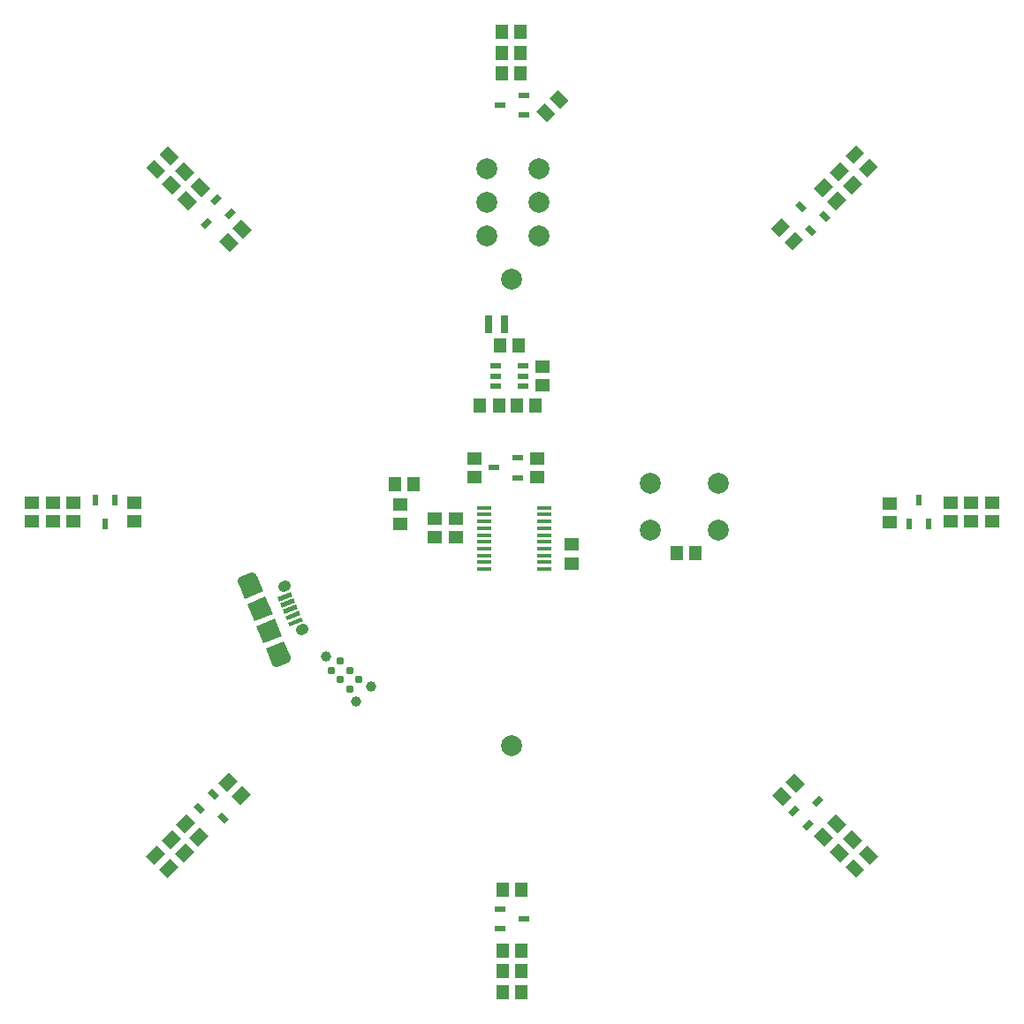
<source format=gts>
G04 #@! TF.FileFunction,Soldermask,Top*
%FSLAX46Y46*%
G04 Gerber Fmt 4.6, Leading zero omitted, Abs format (unit mm)*
G04 Created by KiCad (PCBNEW 4.0.4-stable) date Monday, 07 November 2016 'AMt' 01:22:43*
%MOMM*%
%LPD*%
G01*
G04 APERTURE LIST*
%ADD10C,0.100000*%
%ADD11C,1.000000*%
%ADD12C,2.000000*%
%ADD13R,1.150000X1.450000*%
%ADD14R,1.450000X1.150000*%
%ADD15R,0.800000X1.700000*%
%ADD16R,1.000000X0.600000*%
%ADD17C,0.787000*%
%ADD18C,1.000000*%
%ADD19R,1.350000X0.450000*%
%ADD20R,0.600000X1.000000*%
%ADD21R,1.100000X0.600000*%
G04 APERTURE END LIST*
D10*
G36*
X108047335Y-119392274D02*
X109294572Y-118875652D01*
X109447645Y-119245204D01*
X108200408Y-119761826D01*
X108047335Y-119392274D01*
X108047335Y-119392274D01*
G37*
G36*
X108296078Y-119992797D02*
X109543315Y-119476175D01*
X109696388Y-119845727D01*
X108449151Y-120362349D01*
X108296078Y-119992797D01*
X108296078Y-119992797D01*
G37*
G36*
X107798590Y-118791753D02*
X109045827Y-118275131D01*
X109198900Y-118644683D01*
X107951663Y-119161305D01*
X107798590Y-118791753D01*
X107798590Y-118791753D01*
G37*
G36*
X107549845Y-118191231D02*
X108797082Y-117674609D01*
X108950155Y-118044161D01*
X107702918Y-118560783D01*
X107549845Y-118191231D01*
X107549845Y-118191231D01*
G37*
G36*
X108544822Y-120593318D02*
X109792059Y-120076696D01*
X109945132Y-120446248D01*
X108697895Y-120962870D01*
X108544822Y-120593318D01*
X108544822Y-120593318D01*
G37*
D11*
X110014705Y-121202165D02*
X109783735Y-121297835D01*
X108311764Y-117090902D02*
X108080794Y-117186572D01*
D10*
G36*
X105494096Y-120936937D02*
X107249467Y-120209838D01*
X107938298Y-121872821D01*
X106182927Y-122599920D01*
X105494096Y-120936937D01*
X105494096Y-120936937D01*
G37*
G36*
X104613924Y-118812015D02*
X106369295Y-118084916D01*
X107058126Y-119747899D01*
X105302755Y-120474998D01*
X104613924Y-118812015D01*
X104613924Y-118812015D01*
G37*
G36*
X106393402Y-123108054D02*
X108148773Y-122380956D01*
X108751500Y-123836066D01*
X106996129Y-124563164D01*
X106393402Y-123108054D01*
X106393402Y-123108054D01*
G37*
D11*
X108289560Y-124027407D02*
X107458068Y-124371823D01*
D10*
G36*
X103800722Y-116848770D02*
X105556093Y-116121672D01*
X106158820Y-117576782D01*
X104403449Y-118303880D01*
X103800722Y-116848770D01*
X103800722Y-116848770D01*
G37*
D11*
X105094154Y-116313013D02*
X104262662Y-116657429D01*
D12*
X130000000Y-132350000D03*
X130000000Y-87650000D03*
X143250000Y-107250000D03*
X143250000Y-111750000D03*
X149750000Y-111750000D03*
X149750000Y-107250000D03*
D13*
X118800000Y-107300000D03*
X120600000Y-107300000D03*
D14*
X119300000Y-111100000D03*
X119300000Y-109300000D03*
D13*
X145800000Y-113925000D03*
X147600000Y-113925000D03*
X128750000Y-99775000D03*
X126950000Y-99775000D03*
D14*
X132400000Y-106650000D03*
X132400000Y-104850000D03*
X126400000Y-106650000D03*
X126400000Y-104850000D03*
D13*
X128850000Y-94075000D03*
X130650000Y-94075000D03*
D14*
X135700000Y-114925000D03*
X135700000Y-113125000D03*
X122600000Y-112425000D03*
X122600000Y-110625000D03*
X124600000Y-110625000D03*
X124600000Y-112425000D03*
D15*
X129300000Y-91975000D03*
X127800000Y-91975000D03*
D16*
X130550000Y-106700000D03*
X130550000Y-104800000D03*
X128250000Y-105750000D03*
D17*
X112649426Y-125154523D03*
X113547452Y-124256497D03*
X113547452Y-126052548D03*
X114445477Y-125154523D03*
X114445477Y-126950574D03*
X115343503Y-126052548D03*
D18*
X112200413Y-123807484D03*
X115074095Y-128118007D03*
X116510936Y-126681166D03*
D19*
X133075000Y-115450000D03*
X133075000Y-114800000D03*
X133075000Y-114150000D03*
X133075000Y-113500000D03*
X133075000Y-112850000D03*
X133075000Y-112200000D03*
X133075000Y-111550000D03*
X133075000Y-110900000D03*
X133075000Y-110250000D03*
X133075000Y-109600000D03*
X127325000Y-109600000D03*
X127325000Y-110250000D03*
X127325000Y-110900000D03*
X127325000Y-111550000D03*
X127325000Y-112200000D03*
X127325000Y-112850000D03*
X127325000Y-113500000D03*
X127325000Y-114150000D03*
X127325000Y-114800000D03*
X127325000Y-115450000D03*
D10*
G36*
X95969670Y-78055635D02*
X94944365Y-77030330D01*
X95757538Y-76217157D01*
X96782843Y-77242462D01*
X95969670Y-78055635D01*
X95969670Y-78055635D01*
G37*
G36*
X97242462Y-76782843D02*
X96217157Y-75757538D01*
X97030330Y-74944365D01*
X98055635Y-75969670D01*
X97242462Y-76782843D01*
X97242462Y-76782843D01*
G37*
G36*
X164030330Y-141944365D02*
X165055635Y-142969670D01*
X164242462Y-143782843D01*
X163217157Y-142757538D01*
X164030330Y-141944365D01*
X164030330Y-141944365D01*
G37*
G36*
X162757538Y-143217157D02*
X163782843Y-144242462D01*
X162969670Y-145055635D01*
X161944365Y-144030330D01*
X162757538Y-143217157D01*
X162757538Y-143217157D01*
G37*
D13*
X130900000Y-156000000D03*
X129100000Y-156000000D03*
D14*
X176000000Y-109100000D03*
X176000000Y-110900000D03*
D10*
G36*
X98055635Y-144030330D02*
X97030330Y-145055635D01*
X96217157Y-144242462D01*
X97242462Y-143217157D01*
X98055635Y-144030330D01*
X98055635Y-144030330D01*
G37*
G36*
X96782843Y-142757538D02*
X95757538Y-143782843D01*
X94944365Y-142969670D01*
X95969670Y-141944365D01*
X96782843Y-142757538D01*
X96782843Y-142757538D01*
G37*
G36*
X161944365Y-75833274D02*
X162969670Y-74807969D01*
X163782843Y-75621142D01*
X162757538Y-76646447D01*
X161944365Y-75833274D01*
X161944365Y-75833274D01*
G37*
G36*
X163217157Y-77106066D02*
X164242462Y-76080761D01*
X165055635Y-76893934D01*
X164030330Y-77919239D01*
X163217157Y-77106066D01*
X163217157Y-77106066D01*
G37*
D14*
X84000000Y-110900000D03*
X84000000Y-109100000D03*
D13*
X129000000Y-64000000D03*
X130800000Y-64000000D03*
D10*
G36*
X103126345Y-80792894D02*
X103550609Y-81217158D01*
X102843503Y-81924264D01*
X102419239Y-81500000D01*
X103126345Y-80792894D01*
X103126345Y-80792894D01*
G37*
G36*
X101782842Y-79449391D02*
X102207106Y-79873655D01*
X101500000Y-80580761D01*
X101075736Y-80156497D01*
X101782842Y-79449391D01*
X101782842Y-79449391D01*
G37*
G36*
X100828248Y-81747488D02*
X101252512Y-82171752D01*
X100545406Y-82878858D01*
X100121142Y-82454594D01*
X100828248Y-81747488D01*
X100828248Y-81747488D01*
G37*
G36*
X156873655Y-139207106D02*
X156449391Y-138782842D01*
X157156497Y-138075736D01*
X157580761Y-138500000D01*
X156873655Y-139207106D01*
X156873655Y-139207106D01*
G37*
G36*
X158217158Y-140550609D02*
X157792894Y-140126345D01*
X158500000Y-139419239D01*
X158924264Y-139843503D01*
X158217158Y-140550609D01*
X158217158Y-140550609D01*
G37*
G36*
X159171752Y-138252512D02*
X158747488Y-137828248D01*
X159454594Y-137121142D01*
X159878858Y-137545406D01*
X159171752Y-138252512D01*
X159171752Y-138252512D01*
G37*
D16*
X128850000Y-148050000D03*
X128850000Y-149950000D03*
X131150000Y-149000000D03*
D20*
X168050000Y-111150000D03*
X169950000Y-111150000D03*
X169000000Y-108850000D03*
D10*
G36*
X100792894Y-136873655D02*
X101217158Y-136449391D01*
X101924264Y-137156497D01*
X101500000Y-137580761D01*
X100792894Y-136873655D01*
X100792894Y-136873655D01*
G37*
G36*
X99449391Y-138217158D02*
X99873655Y-137792894D01*
X100580761Y-138500000D01*
X100156497Y-138924264D01*
X99449391Y-138217158D01*
X99449391Y-138217158D01*
G37*
G36*
X101747488Y-139171752D02*
X102171752Y-138747488D01*
X102878858Y-139454594D01*
X102454594Y-139878858D01*
X101747488Y-139171752D01*
X101747488Y-139171752D01*
G37*
G36*
X159207106Y-83126345D02*
X158782842Y-83550609D01*
X158075736Y-82843503D01*
X158500000Y-82419239D01*
X159207106Y-83126345D01*
X159207106Y-83126345D01*
G37*
G36*
X160550609Y-81782842D02*
X160126345Y-82207106D01*
X159419239Y-81500000D01*
X159843503Y-81075736D01*
X160550609Y-81782842D01*
X160550609Y-81782842D01*
G37*
G36*
X158252512Y-80828248D02*
X157828248Y-81252512D01*
X157121142Y-80545406D01*
X157545406Y-80121142D01*
X158252512Y-80828248D01*
X158252512Y-80828248D01*
G37*
D20*
X91950000Y-108850000D03*
X90050000Y-108850000D03*
X91000000Y-111150000D03*
D16*
X131150000Y-71950000D03*
X131150000Y-70050000D03*
X128850000Y-71000000D03*
D10*
G36*
X97469670Y-79555635D02*
X96444365Y-78530330D01*
X97257538Y-77717157D01*
X98282843Y-78742462D01*
X97469670Y-79555635D01*
X97469670Y-79555635D01*
G37*
G36*
X98742462Y-78282843D02*
X97717157Y-77257538D01*
X98530330Y-76444365D01*
X99555635Y-77469670D01*
X98742462Y-78282843D01*
X98742462Y-78282843D01*
G37*
G36*
X98969670Y-81055635D02*
X97944365Y-80030330D01*
X98757538Y-79217157D01*
X99782843Y-80242462D01*
X98969670Y-81055635D01*
X98969670Y-81055635D01*
G37*
G36*
X100242462Y-79782843D02*
X99217157Y-78757538D01*
X100030330Y-77944365D01*
X101055635Y-78969670D01*
X100242462Y-79782843D01*
X100242462Y-79782843D01*
G37*
G36*
X99555635Y-142530330D02*
X98530330Y-143555635D01*
X97717157Y-142742462D01*
X98742462Y-141717157D01*
X99555635Y-142530330D01*
X99555635Y-142530330D01*
G37*
G36*
X98282843Y-141257538D02*
X97257538Y-142282843D01*
X96444365Y-141469670D01*
X97469670Y-140444365D01*
X98282843Y-141257538D01*
X98282843Y-141257538D01*
G37*
G36*
X100919239Y-141030330D02*
X99893934Y-142055635D01*
X99080761Y-141242462D01*
X100106066Y-140217157D01*
X100919239Y-141030330D01*
X100919239Y-141030330D01*
G37*
G36*
X99646447Y-139757538D02*
X98621142Y-140782843D01*
X97807969Y-139969670D01*
X98833274Y-138944365D01*
X99646447Y-139757538D01*
X99646447Y-139757538D01*
G37*
G36*
X162530330Y-140444365D02*
X163555635Y-141469670D01*
X162742462Y-142282843D01*
X161717157Y-141257538D01*
X162530330Y-140444365D01*
X162530330Y-140444365D01*
G37*
G36*
X161257538Y-141717157D02*
X162282843Y-142742462D01*
X161469670Y-143555635D01*
X160444365Y-142530330D01*
X161257538Y-141717157D01*
X161257538Y-141717157D01*
G37*
G36*
X161030330Y-138944365D02*
X162055635Y-139969670D01*
X161242462Y-140782843D01*
X160217157Y-139757538D01*
X161030330Y-138944365D01*
X161030330Y-138944365D01*
G37*
G36*
X159757538Y-140217157D02*
X160782843Y-141242462D01*
X159969670Y-142055635D01*
X158944365Y-141030330D01*
X159757538Y-140217157D01*
X159757538Y-140217157D01*
G37*
G36*
X160444365Y-77469670D02*
X161469670Y-76444365D01*
X162282843Y-77257538D01*
X161257538Y-78282843D01*
X160444365Y-77469670D01*
X160444365Y-77469670D01*
G37*
G36*
X161717157Y-78742462D02*
X162742462Y-77717157D01*
X163555635Y-78530330D01*
X162530330Y-79555635D01*
X161717157Y-78742462D01*
X161717157Y-78742462D01*
G37*
G36*
X158944365Y-78969670D02*
X159969670Y-77944365D01*
X160782843Y-78757538D01*
X159757538Y-79782843D01*
X158944365Y-78969670D01*
X158944365Y-78969670D01*
G37*
G36*
X160217157Y-80242462D02*
X161242462Y-79217157D01*
X162055635Y-80030330D01*
X161030330Y-81055635D01*
X160217157Y-80242462D01*
X160217157Y-80242462D01*
G37*
D13*
X130450000Y-99775000D03*
X132250000Y-99775000D03*
D14*
X132950000Y-97875000D03*
X132950000Y-96075000D03*
D13*
X130900000Y-154000000D03*
X129100000Y-154000000D03*
X130900000Y-152000000D03*
X129100000Y-152000000D03*
D14*
X86000000Y-110900000D03*
X86000000Y-109100000D03*
X88000000Y-110900000D03*
X88000000Y-109100000D03*
X174000000Y-109100000D03*
X174000000Y-110900000D03*
X172000000Y-109100000D03*
X172000000Y-110900000D03*
D12*
X132550000Y-77100000D03*
X132550000Y-80300000D03*
X132550000Y-83500000D03*
X127550000Y-77100000D03*
X127550000Y-80300000D03*
X127550000Y-83500000D03*
D21*
X128450000Y-96025000D03*
X128450000Y-96975000D03*
X128450000Y-97925000D03*
X131050000Y-97925000D03*
X131050000Y-96975000D03*
X131050000Y-96025000D03*
D13*
X129000000Y-66000000D03*
X130800000Y-66000000D03*
X129000000Y-68000000D03*
X130800000Y-68000000D03*
D10*
G36*
X104030330Y-81944365D02*
X105055635Y-82969670D01*
X104242462Y-83782843D01*
X103217157Y-82757538D01*
X104030330Y-81944365D01*
X104030330Y-81944365D01*
G37*
G36*
X102757538Y-83217157D02*
X103782843Y-84242462D01*
X102969670Y-85055635D01*
X101944365Y-84030330D01*
X102757538Y-83217157D01*
X102757538Y-83217157D01*
G37*
G36*
X101844365Y-135969670D02*
X102869670Y-134944365D01*
X103682843Y-135757538D01*
X102657538Y-136782843D01*
X101844365Y-135969670D01*
X101844365Y-135969670D01*
G37*
G36*
X103117157Y-137242462D02*
X104142462Y-136217157D01*
X104955635Y-137030330D01*
X103930330Y-138055635D01*
X103117157Y-137242462D01*
X103117157Y-137242462D01*
G37*
G36*
X155969670Y-138155635D02*
X154944365Y-137130330D01*
X155757538Y-136317157D01*
X156782843Y-137342462D01*
X155969670Y-138155635D01*
X155969670Y-138155635D01*
G37*
G36*
X157242462Y-136882843D02*
X156217157Y-135857538D01*
X157030330Y-135044365D01*
X158055635Y-136069670D01*
X157242462Y-136882843D01*
X157242462Y-136882843D01*
G37*
G36*
X157919239Y-83893934D02*
X156893934Y-84919239D01*
X156080761Y-84106066D01*
X157106066Y-83080761D01*
X157919239Y-83893934D01*
X157919239Y-83893934D01*
G37*
G36*
X156646447Y-82621142D02*
X155621142Y-83646447D01*
X154807969Y-82833274D01*
X155833274Y-81807969D01*
X156646447Y-82621142D01*
X156646447Y-82621142D01*
G37*
D13*
X129100000Y-146200000D03*
X130900000Y-146200000D03*
D14*
X93800000Y-109100000D03*
X93800000Y-110900000D03*
X166200000Y-111000000D03*
X166200000Y-109200000D03*
D10*
G36*
X133379670Y-72645635D02*
X132354365Y-71620330D01*
X133167538Y-70807157D01*
X134192843Y-71832462D01*
X133379670Y-72645635D01*
X133379670Y-72645635D01*
G37*
G36*
X134652462Y-71372843D02*
X133627157Y-70347538D01*
X134440330Y-69534365D01*
X135465635Y-70559670D01*
X134652462Y-71372843D01*
X134652462Y-71372843D01*
G37*
M02*

</source>
